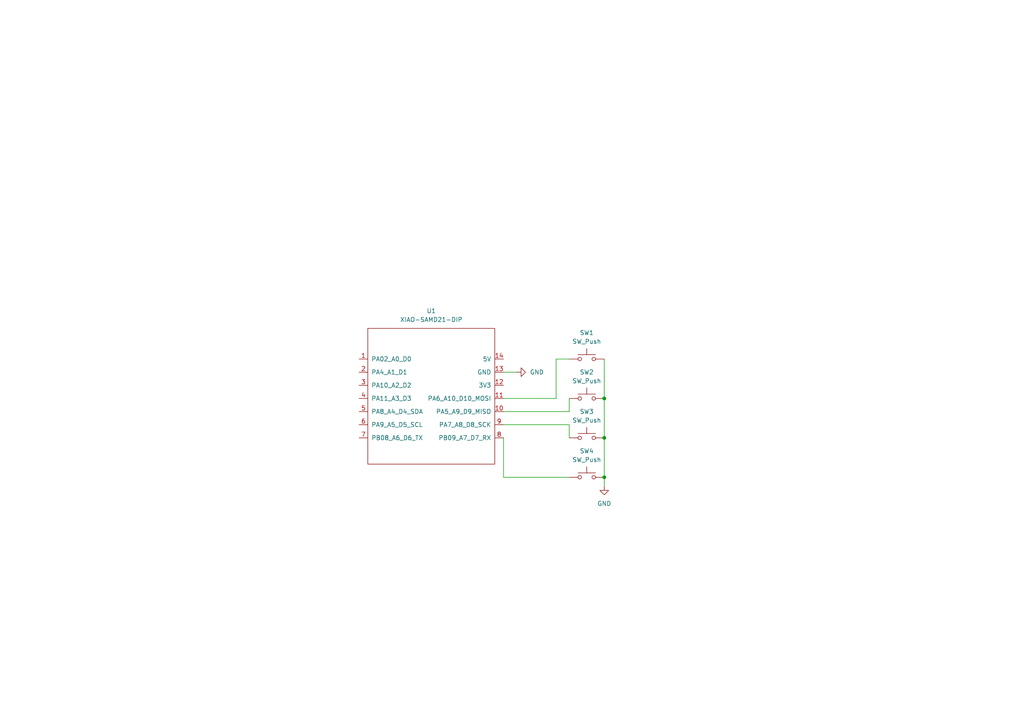
<source format=kicad_sch>
(kicad_sch
	(version 20250114)
	(generator "eeschema")
	(generator_version "9.0")
	(uuid "2b60c863-a4a4-4f37-ab49-821ae63d72f7")
	(paper "A4")
	(lib_symbols
		(symbol "OPL_Kicad_Library-master:XIAO-SAMD21-DIP"
			(pin_names
				(offset 1.016)
			)
			(exclude_from_sim no)
			(in_bom yes)
			(on_board yes)
			(property "Reference" "U"
				(at -18.542 22.86 0)
				(effects
					(font
						(size 1.27 1.27)
					)
				)
			)
			(property "Value" "XIAO-SAMD21-DIP"
				(at -10.16 21.082 0)
				(effects
					(font
						(size 1.27 1.27)
					)
				)
			)
			(property "Footprint" ""
				(at -8.89 5.08 0)
				(effects
					(font
						(size 1.27 1.27)
					)
					(hide yes)
				)
			)
			(property "Datasheet" ""
				(at -8.89 5.08 0)
				(effects
					(font
						(size 1.27 1.27)
					)
					(hide yes)
				)
			)
			(property "Description" ""
				(at 0 0 0)
				(effects
					(font
						(size 1.27 1.27)
					)
					(hide yes)
				)
			)
			(symbol "XIAO-SAMD21-DIP_0_1"
				(rectangle
					(start -19.05 20.32)
					(end 17.78 -19.05)
					(stroke
						(width 0)
						(type default)
					)
					(fill
						(type none)
					)
				)
			)
			(symbol "XIAO-SAMD21-DIP_1_1"
				(pin passive line
					(at -21.59 11.43 0)
					(length 2.54)
					(name "PA02_A0_D0"
						(effects
							(font
								(size 1.27 1.27)
							)
						)
					)
					(number "1"
						(effects
							(font
								(size 1.27 1.27)
							)
						)
					)
				)
				(pin passive line
					(at -21.59 7.62 0)
					(length 2.54)
					(name "PA4_A1_D1"
						(effects
							(font
								(size 1.27 1.27)
							)
						)
					)
					(number "2"
						(effects
							(font
								(size 1.27 1.27)
							)
						)
					)
				)
				(pin passive line
					(at -21.59 3.81 0)
					(length 2.54)
					(name "PA10_A2_D2"
						(effects
							(font
								(size 1.27 1.27)
							)
						)
					)
					(number "3"
						(effects
							(font
								(size 1.27 1.27)
							)
						)
					)
				)
				(pin passive line
					(at -21.59 0 0)
					(length 2.54)
					(name "PA11_A3_D3"
						(effects
							(font
								(size 1.27 1.27)
							)
						)
					)
					(number "4"
						(effects
							(font
								(size 1.27 1.27)
							)
						)
					)
				)
				(pin passive line
					(at -21.59 -3.81 0)
					(length 2.54)
					(name "PA8_A4_D4_SDA"
						(effects
							(font
								(size 1.27 1.27)
							)
						)
					)
					(number "5"
						(effects
							(font
								(size 1.27 1.27)
							)
						)
					)
				)
				(pin passive line
					(at -21.59 -7.62 0)
					(length 2.54)
					(name "PA9_A5_D5_SCL"
						(effects
							(font
								(size 1.27 1.27)
							)
						)
					)
					(number "6"
						(effects
							(font
								(size 1.27 1.27)
							)
						)
					)
				)
				(pin passive line
					(at -21.59 -11.43 0)
					(length 2.54)
					(name "PB08_A6_D6_TX"
						(effects
							(font
								(size 1.27 1.27)
							)
						)
					)
					(number "7"
						(effects
							(font
								(size 1.27 1.27)
							)
						)
					)
				)
				(pin passive line
					(at 20.32 11.43 180)
					(length 2.54)
					(name "5V"
						(effects
							(font
								(size 1.27 1.27)
							)
						)
					)
					(number "14"
						(effects
							(font
								(size 1.27 1.27)
							)
						)
					)
				)
				(pin passive line
					(at 20.32 7.62 180)
					(length 2.54)
					(name "GND"
						(effects
							(font
								(size 1.27 1.27)
							)
						)
					)
					(number "13"
						(effects
							(font
								(size 1.27 1.27)
							)
						)
					)
				)
				(pin passive line
					(at 20.32 3.81 180)
					(length 2.54)
					(name "3V3"
						(effects
							(font
								(size 1.27 1.27)
							)
						)
					)
					(number "12"
						(effects
							(font
								(size 1.27 1.27)
							)
						)
					)
				)
				(pin passive line
					(at 20.32 0 180)
					(length 2.54)
					(name "PA6_A10_D10_MOSI"
						(effects
							(font
								(size 1.27 1.27)
							)
						)
					)
					(number "11"
						(effects
							(font
								(size 1.27 1.27)
							)
						)
					)
				)
				(pin passive line
					(at 20.32 -3.81 180)
					(length 2.54)
					(name "PA5_A9_D9_MISO"
						(effects
							(font
								(size 1.27 1.27)
							)
						)
					)
					(number "10"
						(effects
							(font
								(size 1.27 1.27)
							)
						)
					)
				)
				(pin passive line
					(at 20.32 -7.62 180)
					(length 2.54)
					(name "PA7_A8_D8_SCK"
						(effects
							(font
								(size 1.27 1.27)
							)
						)
					)
					(number "9"
						(effects
							(font
								(size 1.27 1.27)
							)
						)
					)
				)
				(pin passive line
					(at 20.32 -11.43 180)
					(length 2.54)
					(name "PB09_A7_D7_RX"
						(effects
							(font
								(size 1.27 1.27)
							)
						)
					)
					(number "8"
						(effects
							(font
								(size 1.27 1.27)
							)
						)
					)
				)
			)
			(embedded_fonts no)
		)
		(symbol "Switch:SW_Push"
			(pin_numbers
				(hide yes)
			)
			(pin_names
				(offset 1.016)
				(hide yes)
			)
			(exclude_from_sim no)
			(in_bom yes)
			(on_board yes)
			(property "Reference" "SW"
				(at 1.27 2.54 0)
				(effects
					(font
						(size 1.27 1.27)
					)
					(justify left)
				)
			)
			(property "Value" "SW_Push"
				(at 0 -1.524 0)
				(effects
					(font
						(size 1.27 1.27)
					)
				)
			)
			(property "Footprint" ""
				(at 0 5.08 0)
				(effects
					(font
						(size 1.27 1.27)
					)
					(hide yes)
				)
			)
			(property "Datasheet" "~"
				(at 0 5.08 0)
				(effects
					(font
						(size 1.27 1.27)
					)
					(hide yes)
				)
			)
			(property "Description" "Push button switch, generic, two pins"
				(at 0 0 0)
				(effects
					(font
						(size 1.27 1.27)
					)
					(hide yes)
				)
			)
			(property "ki_keywords" "switch normally-open pushbutton push-button"
				(at 0 0 0)
				(effects
					(font
						(size 1.27 1.27)
					)
					(hide yes)
				)
			)
			(symbol "SW_Push_0_1"
				(circle
					(center -2.032 0)
					(radius 0.508)
					(stroke
						(width 0)
						(type default)
					)
					(fill
						(type none)
					)
				)
				(polyline
					(pts
						(xy 0 1.27) (xy 0 3.048)
					)
					(stroke
						(width 0)
						(type default)
					)
					(fill
						(type none)
					)
				)
				(circle
					(center 2.032 0)
					(radius 0.508)
					(stroke
						(width 0)
						(type default)
					)
					(fill
						(type none)
					)
				)
				(polyline
					(pts
						(xy 2.54 1.27) (xy -2.54 1.27)
					)
					(stroke
						(width 0)
						(type default)
					)
					(fill
						(type none)
					)
				)
				(pin passive line
					(at -5.08 0 0)
					(length 2.54)
					(name "1"
						(effects
							(font
								(size 1.27 1.27)
							)
						)
					)
					(number "1"
						(effects
							(font
								(size 1.27 1.27)
							)
						)
					)
				)
				(pin passive line
					(at 5.08 0 180)
					(length 2.54)
					(name "2"
						(effects
							(font
								(size 1.27 1.27)
							)
						)
					)
					(number "2"
						(effects
							(font
								(size 1.27 1.27)
							)
						)
					)
				)
			)
			(embedded_fonts no)
		)
		(symbol "power:GND"
			(power)
			(pin_numbers
				(hide yes)
			)
			(pin_names
				(offset 0)
				(hide yes)
			)
			(exclude_from_sim no)
			(in_bom yes)
			(on_board yes)
			(property "Reference" "#PWR"
				(at 0 -6.35 0)
				(effects
					(font
						(size 1.27 1.27)
					)
					(hide yes)
				)
			)
			(property "Value" "GND"
				(at 0 -3.81 0)
				(effects
					(font
						(size 1.27 1.27)
					)
				)
			)
			(property "Footprint" ""
				(at 0 0 0)
				(effects
					(font
						(size 1.27 1.27)
					)
					(hide yes)
				)
			)
			(property "Datasheet" ""
				(at 0 0 0)
				(effects
					(font
						(size 1.27 1.27)
					)
					(hide yes)
				)
			)
			(property "Description" "Power symbol creates a global label with name \"GND\" , ground"
				(at 0 0 0)
				(effects
					(font
						(size 1.27 1.27)
					)
					(hide yes)
				)
			)
			(property "ki_keywords" "global power"
				(at 0 0 0)
				(effects
					(font
						(size 1.27 1.27)
					)
					(hide yes)
				)
			)
			(symbol "GND_0_1"
				(polyline
					(pts
						(xy 0 0) (xy 0 -1.27) (xy 1.27 -1.27) (xy 0 -2.54) (xy -1.27 -1.27) (xy 0 -1.27)
					)
					(stroke
						(width 0)
						(type default)
					)
					(fill
						(type none)
					)
				)
			)
			(symbol "GND_1_1"
				(pin power_in line
					(at 0 0 270)
					(length 0)
					(name "~"
						(effects
							(font
								(size 1.27 1.27)
							)
						)
					)
					(number "1"
						(effects
							(font
								(size 1.27 1.27)
							)
						)
					)
				)
			)
			(embedded_fonts no)
		)
	)
	(junction
		(at 175.26 138.43)
		(diameter 0)
		(color 0 0 0 0)
		(uuid "6685a889-5553-4af7-b5a6-6116f5647070")
	)
	(junction
		(at 175.26 115.57)
		(diameter 0)
		(color 0 0 0 0)
		(uuid "67efd577-58c5-4617-b4ad-917fd192cf24")
	)
	(junction
		(at 175.26 127)
		(diameter 0)
		(color 0 0 0 0)
		(uuid "6e60d825-3575-45d8-8b27-3d1ec04ff60f")
	)
	(wire
		(pts
			(xy 175.26 115.57) (xy 175.26 127)
		)
		(stroke
			(width 0)
			(type default)
		)
		(uuid "0ed185f0-f225-4249-8ed8-640b578f75e4")
	)
	(wire
		(pts
			(xy 146.05 123.19) (xy 165.1 123.19)
		)
		(stroke
			(width 0)
			(type default)
		)
		(uuid "2b524e6f-0825-4ca7-a29e-e6477b3c9575")
	)
	(wire
		(pts
			(xy 161.29 115.57) (xy 161.29 104.14)
		)
		(stroke
			(width 0)
			(type default)
		)
		(uuid "427d9a04-462d-409c-932f-bf6f7ca0cf0b")
	)
	(wire
		(pts
			(xy 146.05 138.43) (xy 146.05 127)
		)
		(stroke
			(width 0)
			(type default)
		)
		(uuid "7848bf7e-7e33-4d78-8590-e699927d93da")
	)
	(wire
		(pts
			(xy 165.1 123.19) (xy 165.1 127)
		)
		(stroke
			(width 0)
			(type default)
		)
		(uuid "7a0a48bd-9046-4c9a-9033-60ee28ef4233")
	)
	(wire
		(pts
			(xy 175.26 127) (xy 175.26 138.43)
		)
		(stroke
			(width 0)
			(type default)
		)
		(uuid "9257205f-3bd0-443f-9958-b7cbbf5ae087")
	)
	(wire
		(pts
			(xy 175.26 104.14) (xy 175.26 115.57)
		)
		(stroke
			(width 0)
			(type default)
		)
		(uuid "9938728f-8dcc-470f-8676-c0927f38f565")
	)
	(wire
		(pts
			(xy 161.29 104.14) (xy 165.1 104.14)
		)
		(stroke
			(width 0)
			(type default)
		)
		(uuid "ab78e18e-ac52-49ea-895f-7c7aefefb979")
	)
	(wire
		(pts
			(xy 146.05 115.57) (xy 161.29 115.57)
		)
		(stroke
			(width 0)
			(type default)
		)
		(uuid "ad64850d-4df7-45d9-959e-de88ed808093")
	)
	(wire
		(pts
			(xy 165.1 138.43) (xy 146.05 138.43)
		)
		(stroke
			(width 0)
			(type default)
		)
		(uuid "c92c1a2d-b198-446a-9820-d4449476046a")
	)
	(wire
		(pts
			(xy 175.26 138.43) (xy 175.26 140.97)
		)
		(stroke
			(width 0)
			(type default)
		)
		(uuid "df99f2bf-c9a7-4186-938a-b049d74fd263")
	)
	(wire
		(pts
			(xy 146.05 107.95) (xy 149.86 107.95)
		)
		(stroke
			(width 0)
			(type default)
		)
		(uuid "e4cbe40b-0ede-4262-9728-f72992c38ff5")
	)
	(wire
		(pts
			(xy 146.05 119.38) (xy 165.1 119.38)
		)
		(stroke
			(width 0)
			(type default)
		)
		(uuid "eb5070c4-33d8-4a95-83d6-ad62c57b60fc")
	)
	(wire
		(pts
			(xy 165.1 119.38) (xy 165.1 115.57)
		)
		(stroke
			(width 0)
			(type default)
		)
		(uuid "f91013d9-507c-4ca3-8fd1-e102b84dcff8")
	)
	(symbol
		(lib_id "Switch:SW_Push")
		(at 170.18 127 0)
		(unit 1)
		(exclude_from_sim no)
		(in_bom yes)
		(on_board yes)
		(dnp no)
		(fields_autoplaced yes)
		(uuid "20d263bd-b42a-4820-8be4-34b5ad15be50")
		(property "Reference" "SW3"
			(at 170.18 119.38 0)
			(effects
				(font
					(size 1.27 1.27)
				)
			)
		)
		(property "Value" "SW_Push"
			(at 170.18 121.92 0)
			(effects
				(font
					(size 1.27 1.27)
				)
			)
		)
		(property "Footprint" "Button_Switch_Keyboard:SW_Cherry_MX_1.00u_PCB"
			(at 170.18 121.92 0)
			(effects
				(font
					(size 1.27 1.27)
				)
				(hide yes)
			)
		)
		(property "Datasheet" "~"
			(at 170.18 121.92 0)
			(effects
				(font
					(size 1.27 1.27)
				)
				(hide yes)
			)
		)
		(property "Description" "Push button switch, generic, two pins"
			(at 170.18 127 0)
			(effects
				(font
					(size 1.27 1.27)
				)
				(hide yes)
			)
		)
		(pin "2"
			(uuid "5935ab23-7fde-4040-af20-1343d9a0d6ae")
		)
		(pin "1"
			(uuid "7b264f94-ecc4-4817-89d3-c2b168aa1de9")
		)
		(instances
			(project ""
				(path "/2b60c863-a4a4-4f37-ab49-821ae63d72f7"
					(reference "SW3")
					(unit 1)
				)
			)
		)
	)
	(symbol
		(lib_id "OPL_Kicad_Library-master:XIAO-SAMD21-DIP")
		(at 125.73 115.57 0)
		(unit 1)
		(exclude_from_sim no)
		(in_bom yes)
		(on_board yes)
		(dnp no)
		(fields_autoplaced yes)
		(uuid "239c8c25-2fe3-4d82-8a40-8166255b642f")
		(property "Reference" "U1"
			(at 125.095 90.17 0)
			(effects
				(font
					(size 1.27 1.27)
				)
			)
		)
		(property "Value" "XIAO-SAMD21-DIP"
			(at 125.095 92.71 0)
			(effects
				(font
					(size 1.27 1.27)
				)
			)
		)
		(property "Footprint" "OPL KiCAD:XIAO-SAMD21-DIP"
			(at 116.84 110.49 0)
			(effects
				(font
					(size 1.27 1.27)
				)
				(hide yes)
			)
		)
		(property "Datasheet" ""
			(at 116.84 110.49 0)
			(effects
				(font
					(size 1.27 1.27)
				)
				(hide yes)
			)
		)
		(property "Description" ""
			(at 125.73 115.57 0)
			(effects
				(font
					(size 1.27 1.27)
				)
				(hide yes)
			)
		)
		(pin "3"
			(uuid "2a72f303-7450-4b05-bd43-b48eae708af3")
		)
		(pin "5"
			(uuid "2251ea6b-695a-46fe-acd6-43b5ac2ea37b")
		)
		(pin "6"
			(uuid "21196b4b-f771-44f0-8a95-b50704414125")
		)
		(pin "7"
			(uuid "172bdf80-6c05-49e3-a29a-cfecf78b7ec4")
		)
		(pin "14"
			(uuid "01de35d6-c671-478b-bc20-00cc466a4c82")
		)
		(pin "12"
			(uuid "6dae1836-05eb-45ef-b2d5-8e97f6e3ce4f")
		)
		(pin "11"
			(uuid "86b14d57-c1b9-40d9-bf30-e9718de0eca2")
		)
		(pin "10"
			(uuid "5289fafe-6792-4dd4-9b64-4fbf628b55ab")
		)
		(pin "4"
			(uuid "f437cbfb-6e74-4883-988b-09c4592855f8")
		)
		(pin "13"
			(uuid "3431cfc8-7334-4901-9ee2-5e9a2cdcab73")
		)
		(pin "1"
			(uuid "501bdfee-66f7-4094-be1b-a446f84aacc3")
		)
		(pin "2"
			(uuid "403d46cb-1c6a-41a6-a43e-215896bd6be1")
		)
		(pin "8"
			(uuid "ff2f7e7e-c59e-4874-934b-16a53910b22d")
		)
		(pin "9"
			(uuid "2e7b73f3-b4e6-41bb-81f1-7de01c270e29")
		)
		(instances
			(project ""
				(path "/2b60c863-a4a4-4f37-ab49-821ae63d72f7"
					(reference "U1")
					(unit 1)
				)
			)
		)
	)
	(symbol
		(lib_id "Switch:SW_Push")
		(at 170.18 115.57 0)
		(unit 1)
		(exclude_from_sim no)
		(in_bom yes)
		(on_board yes)
		(dnp no)
		(fields_autoplaced yes)
		(uuid "346c45a2-7baa-4b92-8068-fb651510f19a")
		(property "Reference" "SW2"
			(at 170.18 107.95 0)
			(effects
				(font
					(size 1.27 1.27)
				)
			)
		)
		(property "Value" "SW_Push"
			(at 170.18 110.49 0)
			(effects
				(font
					(size 1.27 1.27)
				)
			)
		)
		(property "Footprint" "Button_Switch_Keyboard:SW_Cherry_MX_1.00u_PCB"
			(at 170.18 110.49 0)
			(effects
				(font
					(size 1.27 1.27)
				)
				(hide yes)
			)
		)
		(property "Datasheet" "~"
			(at 170.18 110.49 0)
			(effects
				(font
					(size 1.27 1.27)
				)
				(hide yes)
			)
		)
		(property "Description" "Push button switch, generic, two pins"
			(at 170.18 115.57 0)
			(effects
				(font
					(size 1.27 1.27)
				)
				(hide yes)
			)
		)
		(pin "2"
			(uuid "70ea869a-069b-4685-b7e3-0f8fa9ed69ec")
		)
		(pin "1"
			(uuid "7a6427db-8614-4fe4-a354-b6a5cd8249aa")
		)
		(instances
			(project ""
				(path "/2b60c863-a4a4-4f37-ab49-821ae63d72f7"
					(reference "SW2")
					(unit 1)
				)
			)
		)
	)
	(symbol
		(lib_id "power:GND")
		(at 175.26 140.97 0)
		(unit 1)
		(exclude_from_sim no)
		(in_bom yes)
		(on_board yes)
		(dnp no)
		(fields_autoplaced yes)
		(uuid "41d73023-a72e-4c87-aa23-470647beb190")
		(property "Reference" "#PWR02"
			(at 175.26 147.32 0)
			(effects
				(font
					(size 1.27 1.27)
				)
				(hide yes)
			)
		)
		(property "Value" "GND"
			(at 175.26 146.05 0)
			(effects
				(font
					(size 1.27 1.27)
				)
			)
		)
		(property "Footprint" ""
			(at 175.26 140.97 0)
			(effects
				(font
					(size 1.27 1.27)
				)
				(hide yes)
			)
		)
		(property "Datasheet" ""
			(at 175.26 140.97 0)
			(effects
				(font
					(size 1.27 1.27)
				)
				(hide yes)
			)
		)
		(property "Description" "Power symbol creates a global label with name \"GND\" , ground"
			(at 175.26 140.97 0)
			(effects
				(font
					(size 1.27 1.27)
				)
				(hide yes)
			)
		)
		(pin "1"
			(uuid "97179280-b2fb-4355-9ae1-b12710e75996")
		)
		(instances
			(project ""
				(path "/2b60c863-a4a4-4f37-ab49-821ae63d72f7"
					(reference "#PWR02")
					(unit 1)
				)
			)
		)
	)
	(symbol
		(lib_id "power:GND")
		(at 149.86 107.95 90)
		(unit 1)
		(exclude_from_sim no)
		(in_bom yes)
		(on_board yes)
		(dnp no)
		(fields_autoplaced yes)
		(uuid "8be5c304-ecb8-4ccc-9bc7-c09b14e82f71")
		(property "Reference" "#PWR01"
			(at 156.21 107.95 0)
			(effects
				(font
					(size 1.27 1.27)
				)
				(hide yes)
			)
		)
		(property "Value" "GND"
			(at 153.67 107.9499 90)
			(effects
				(font
					(size 1.27 1.27)
				)
				(justify right)
			)
		)
		(property "Footprint" ""
			(at 149.86 107.95 0)
			(effects
				(font
					(size 1.27 1.27)
				)
				(hide yes)
			)
		)
		(property "Datasheet" ""
			(at 149.86 107.95 0)
			(effects
				(font
					(size 1.27 1.27)
				)
				(hide yes)
			)
		)
		(property "Description" "Power symbol creates a global label with name \"GND\" , ground"
			(at 149.86 107.95 0)
			(effects
				(font
					(size 1.27 1.27)
				)
				(hide yes)
			)
		)
		(pin "1"
			(uuid "1e0d99af-2de0-4312-a147-8fbb4a655f62")
		)
		(instances
			(project ""
				(path "/2b60c863-a4a4-4f37-ab49-821ae63d72f7"
					(reference "#PWR01")
					(unit 1)
				)
			)
		)
	)
	(symbol
		(lib_id "Switch:SW_Push")
		(at 170.18 138.43 0)
		(unit 1)
		(exclude_from_sim no)
		(in_bom yes)
		(on_board yes)
		(dnp no)
		(fields_autoplaced yes)
		(uuid "c501e9d4-8542-4217-b2bb-66cc215bb0ff")
		(property "Reference" "SW4"
			(at 170.18 130.81 0)
			(effects
				(font
					(size 1.27 1.27)
				)
			)
		)
		(property "Value" "SW_Push"
			(at 170.18 133.35 0)
			(effects
				(font
					(size 1.27 1.27)
				)
			)
		)
		(property "Footprint" "Button_Switch_Keyboard:SW_Cherry_MX_1.00u_PCB"
			(at 170.18 133.35 0)
			(effects
				(font
					(size 1.27 1.27)
				)
				(hide yes)
			)
		)
		(property "Datasheet" "~"
			(at 170.18 133.35 0)
			(effects
				(font
					(size 1.27 1.27)
				)
				(hide yes)
			)
		)
		(property "Description" "Push button switch, generic, two pins"
			(at 170.18 138.43 0)
			(effects
				(font
					(size 1.27 1.27)
				)
				(hide yes)
			)
		)
		(pin "1"
			(uuid "b4707665-2cfd-4980-880e-b7db9809fc43")
		)
		(pin "2"
			(uuid "f7453651-e191-4391-8d53-37701c59c01b")
		)
		(instances
			(project ""
				(path "/2b60c863-a4a4-4f37-ab49-821ae63d72f7"
					(reference "SW4")
					(unit 1)
				)
			)
		)
	)
	(symbol
		(lib_id "Switch:SW_Push")
		(at 170.18 104.14 0)
		(unit 1)
		(exclude_from_sim no)
		(in_bom yes)
		(on_board yes)
		(dnp no)
		(fields_autoplaced yes)
		(uuid "cfbf2a4c-a04f-436b-9aa0-971ee616da13")
		(property "Reference" "SW1"
			(at 170.18 96.52 0)
			(effects
				(font
					(size 1.27 1.27)
				)
			)
		)
		(property "Value" "SW_Push"
			(at 170.18 99.06 0)
			(effects
				(font
					(size 1.27 1.27)
				)
			)
		)
		(property "Footprint" "Button_Switch_Keyboard:SW_Cherry_MX_1.00u_PCB"
			(at 170.18 99.06 0)
			(effects
				(font
					(size 1.27 1.27)
				)
				(hide yes)
			)
		)
		(property "Datasheet" "~"
			(at 170.18 99.06 0)
			(effects
				(font
					(size 1.27 1.27)
				)
				(hide yes)
			)
		)
		(property "Description" "Push button switch, generic, two pins"
			(at 170.18 104.14 0)
			(effects
				(font
					(size 1.27 1.27)
				)
				(hide yes)
			)
		)
		(pin "1"
			(uuid "8d7cd55f-aa1b-4935-a317-153714c4418c")
		)
		(pin "2"
			(uuid "3f90022b-6f8f-456d-8c19-a6ef25b6acdc")
		)
		(instances
			(project ""
				(path "/2b60c863-a4a4-4f37-ab49-821ae63d72f7"
					(reference "SW1")
					(unit 1)
				)
			)
		)
	)
	(sheet_instances
		(path "/"
			(page "1")
		)
	)
	(embedded_fonts no)
)

</source>
